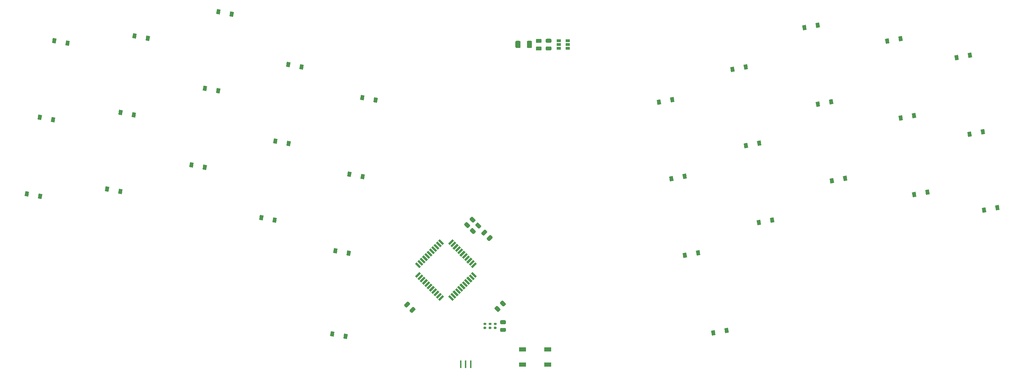
<source format=gbr>
%TF.GenerationSoftware,KiCad,Pcbnew,5.1.6*%
%TF.CreationDate,2020-09-20T21:14:14+03:00*%
%TF.ProjectId,Ball40,42616c6c-3430-42e6-9b69-6361645f7063,rev?*%
%TF.SameCoordinates,Original*%
%TF.FileFunction,Paste,Bot*%
%TF.FilePolarity,Positive*%
%FSLAX46Y46*%
G04 Gerber Fmt 4.6, Leading zero omitted, Abs format (unit mm)*
G04 Created by KiCad (PCBNEW 5.1.6) date 2020-09-20 21:14:14*
%MOMM*%
%LPD*%
G01*
G04 APERTURE LIST*
%ADD10R,0.400000X1.900000*%
%ADD11C,0.100000*%
%ADD12R,1.060000X0.650000*%
%ADD13R,1.800000X1.100000*%
G04 APERTURE END LIST*
D10*
%TO.C,Y1*%
X132645000Y-144399000D03*
X131445000Y-144399000D03*
X130245000Y-144399000D03*
%TD*%
D11*
%TO.C,U2*%
G36*
X126141702Y-114761940D02*
G01*
X125752794Y-115150848D01*
X124692134Y-114090188D01*
X125081042Y-113701280D01*
X126141702Y-114761940D01*
G37*
G36*
X125576017Y-115327626D02*
G01*
X125187109Y-115716534D01*
X124126449Y-114655874D01*
X124515357Y-114266966D01*
X125576017Y-115327626D01*
G37*
G36*
X125010332Y-115893311D02*
G01*
X124621424Y-116282219D01*
X123560764Y-115221559D01*
X123949672Y-114832651D01*
X125010332Y-115893311D01*
G37*
G36*
X124444646Y-116458996D02*
G01*
X124055738Y-116847904D01*
X122995078Y-115787244D01*
X123383986Y-115398336D01*
X124444646Y-116458996D01*
G37*
G36*
X123878961Y-117024682D02*
G01*
X123490053Y-117413590D01*
X122429393Y-116352930D01*
X122818301Y-115964022D01*
X123878961Y-117024682D01*
G37*
G36*
X123313275Y-117590367D02*
G01*
X122924367Y-117979275D01*
X121863707Y-116918615D01*
X122252615Y-116529707D01*
X123313275Y-117590367D01*
G37*
G36*
X122747590Y-118156053D02*
G01*
X122358682Y-118544961D01*
X121298022Y-117484301D01*
X121686930Y-117095393D01*
X122747590Y-118156053D01*
G37*
G36*
X122181904Y-118721738D02*
G01*
X121792996Y-119110646D01*
X120732336Y-118049986D01*
X121121244Y-117661078D01*
X122181904Y-118721738D01*
G37*
G36*
X121616219Y-119287424D02*
G01*
X121227311Y-119676332D01*
X120166651Y-118615672D01*
X120555559Y-118226764D01*
X121616219Y-119287424D01*
G37*
G36*
X121050534Y-119853109D02*
G01*
X120661626Y-120242017D01*
X119600966Y-119181357D01*
X119989874Y-118792449D01*
X121050534Y-119853109D01*
G37*
G36*
X120484848Y-120418794D02*
G01*
X120095940Y-120807702D01*
X119035280Y-119747042D01*
X119424188Y-119358134D01*
X120484848Y-120418794D01*
G37*
G36*
X120095940Y-121762298D02*
G01*
X120484848Y-122151206D01*
X119424188Y-123211866D01*
X119035280Y-122822958D01*
X120095940Y-121762298D01*
G37*
G36*
X120661626Y-122327983D02*
G01*
X121050534Y-122716891D01*
X119989874Y-123777551D01*
X119600966Y-123388643D01*
X120661626Y-122327983D01*
G37*
G36*
X121227311Y-122893668D02*
G01*
X121616219Y-123282576D01*
X120555559Y-124343236D01*
X120166651Y-123954328D01*
X121227311Y-122893668D01*
G37*
G36*
X121792996Y-123459354D02*
G01*
X122181904Y-123848262D01*
X121121244Y-124908922D01*
X120732336Y-124520014D01*
X121792996Y-123459354D01*
G37*
G36*
X122358682Y-124025039D02*
G01*
X122747590Y-124413947D01*
X121686930Y-125474607D01*
X121298022Y-125085699D01*
X122358682Y-124025039D01*
G37*
G36*
X122924367Y-124590725D02*
G01*
X123313275Y-124979633D01*
X122252615Y-126040293D01*
X121863707Y-125651385D01*
X122924367Y-124590725D01*
G37*
G36*
X123490053Y-125156410D02*
G01*
X123878961Y-125545318D01*
X122818301Y-126605978D01*
X122429393Y-126217070D01*
X123490053Y-125156410D01*
G37*
G36*
X124055738Y-125722096D02*
G01*
X124444646Y-126111004D01*
X123383986Y-127171664D01*
X122995078Y-126782756D01*
X124055738Y-125722096D01*
G37*
G36*
X124621424Y-126287781D02*
G01*
X125010332Y-126676689D01*
X123949672Y-127737349D01*
X123560764Y-127348441D01*
X124621424Y-126287781D01*
G37*
G36*
X125187109Y-126853466D02*
G01*
X125576017Y-127242374D01*
X124515357Y-128303034D01*
X124126449Y-127914126D01*
X125187109Y-126853466D01*
G37*
G36*
X125752794Y-127419152D02*
G01*
X126141702Y-127808060D01*
X125081042Y-128868720D01*
X124692134Y-128479812D01*
X125752794Y-127419152D01*
G37*
G36*
X128545866Y-128479812D02*
G01*
X128156958Y-128868720D01*
X127096298Y-127808060D01*
X127485206Y-127419152D01*
X128545866Y-128479812D01*
G37*
G36*
X129111551Y-127914126D02*
G01*
X128722643Y-128303034D01*
X127661983Y-127242374D01*
X128050891Y-126853466D01*
X129111551Y-127914126D01*
G37*
G36*
X129677236Y-127348441D02*
G01*
X129288328Y-127737349D01*
X128227668Y-126676689D01*
X128616576Y-126287781D01*
X129677236Y-127348441D01*
G37*
G36*
X130242922Y-126782756D02*
G01*
X129854014Y-127171664D01*
X128793354Y-126111004D01*
X129182262Y-125722096D01*
X130242922Y-126782756D01*
G37*
G36*
X130808607Y-126217070D02*
G01*
X130419699Y-126605978D01*
X129359039Y-125545318D01*
X129747947Y-125156410D01*
X130808607Y-126217070D01*
G37*
G36*
X131374293Y-125651385D02*
G01*
X130985385Y-126040293D01*
X129924725Y-124979633D01*
X130313633Y-124590725D01*
X131374293Y-125651385D01*
G37*
G36*
X131939978Y-125085699D02*
G01*
X131551070Y-125474607D01*
X130490410Y-124413947D01*
X130879318Y-124025039D01*
X131939978Y-125085699D01*
G37*
G36*
X132505664Y-124520014D02*
G01*
X132116756Y-124908922D01*
X131056096Y-123848262D01*
X131445004Y-123459354D01*
X132505664Y-124520014D01*
G37*
G36*
X133071349Y-123954328D02*
G01*
X132682441Y-124343236D01*
X131621781Y-123282576D01*
X132010689Y-122893668D01*
X133071349Y-123954328D01*
G37*
G36*
X133637034Y-123388643D02*
G01*
X133248126Y-123777551D01*
X132187466Y-122716891D01*
X132576374Y-122327983D01*
X133637034Y-123388643D01*
G37*
G36*
X134202720Y-122822958D02*
G01*
X133813812Y-123211866D01*
X132753152Y-122151206D01*
X133142060Y-121762298D01*
X134202720Y-122822958D01*
G37*
G36*
X133813812Y-119358134D02*
G01*
X134202720Y-119747042D01*
X133142060Y-120807702D01*
X132753152Y-120418794D01*
X133813812Y-119358134D01*
G37*
G36*
X133248126Y-118792449D02*
G01*
X133637034Y-119181357D01*
X132576374Y-120242017D01*
X132187466Y-119853109D01*
X133248126Y-118792449D01*
G37*
G36*
X132682441Y-118226764D02*
G01*
X133071349Y-118615672D01*
X132010689Y-119676332D01*
X131621781Y-119287424D01*
X132682441Y-118226764D01*
G37*
G36*
X132116756Y-117661078D02*
G01*
X132505664Y-118049986D01*
X131445004Y-119110646D01*
X131056096Y-118721738D01*
X132116756Y-117661078D01*
G37*
G36*
X131551070Y-117095393D02*
G01*
X131939978Y-117484301D01*
X130879318Y-118544961D01*
X130490410Y-118156053D01*
X131551070Y-117095393D01*
G37*
G36*
X130985385Y-116529707D02*
G01*
X131374293Y-116918615D01*
X130313633Y-117979275D01*
X129924725Y-117590367D01*
X130985385Y-116529707D01*
G37*
G36*
X130419699Y-115964022D02*
G01*
X130808607Y-116352930D01*
X129747947Y-117413590D01*
X129359039Y-117024682D01*
X130419699Y-115964022D01*
G37*
G36*
X129854014Y-115398336D02*
G01*
X130242922Y-115787244D01*
X129182262Y-116847904D01*
X128793354Y-116458996D01*
X129854014Y-115398336D01*
G37*
G36*
X129288328Y-114832651D02*
G01*
X129677236Y-115221559D01*
X128616576Y-116282219D01*
X128227668Y-115893311D01*
X129288328Y-114832651D01*
G37*
G36*
X128722643Y-114266966D02*
G01*
X129111551Y-114655874D01*
X128050891Y-115716534D01*
X127661983Y-115327626D01*
X128722643Y-114266966D01*
G37*
G36*
X128156958Y-113701280D02*
G01*
X128545866Y-114090188D01*
X127485206Y-115150848D01*
X127096298Y-114761940D01*
X128156958Y-113701280D01*
G37*
%TD*%
D12*
%TO.C,U1*%
X156464000Y-65913000D03*
X156464000Y-66863000D03*
X156464000Y-64963000D03*
X154264000Y-64963000D03*
X154264000Y-65913000D03*
X154264000Y-66863000D03*
%TD*%
D13*
%TO.C,SW1*%
X151563000Y-144471000D03*
X145363000Y-140771000D03*
X151563000Y-140771000D03*
X145363000Y-144471000D03*
%TD*%
%TO.C,R6*%
G36*
G01*
X117733419Y-129788184D02*
X117088184Y-130433419D01*
G75*
G02*
X116743470Y-130433419I-172357J172357D01*
G01*
X116398755Y-130088704D01*
G75*
G02*
X116398755Y-129743990I172357J172357D01*
G01*
X117043990Y-129098755D01*
G75*
G02*
X117388704Y-129098755I172357J-172357D01*
G01*
X117733419Y-129443470D01*
G75*
G02*
X117733419Y-129788184I-172357J-172357D01*
G01*
G37*
G36*
G01*
X119059245Y-131114010D02*
X118414010Y-131759245D01*
G75*
G02*
X118069296Y-131759245I-172357J172357D01*
G01*
X117724581Y-131414530D01*
G75*
G02*
X117724581Y-131069816I172357J172357D01*
G01*
X118369816Y-130424581D01*
G75*
G02*
X118714530Y-130424581I172357J-172357D01*
G01*
X119059245Y-130769296D01*
G75*
G02*
X119059245Y-131114010I-172357J-172357D01*
G01*
G37*
%TD*%
%TO.C,R5*%
G36*
G01*
X133101816Y-109605419D02*
X132456581Y-108960184D01*
G75*
G02*
X132456581Y-108615470I172357J172357D01*
G01*
X132801296Y-108270755D01*
G75*
G02*
X133146010Y-108270755I172357J-172357D01*
G01*
X133791245Y-108915990D01*
G75*
G02*
X133791245Y-109260704I-172357J-172357D01*
G01*
X133446530Y-109605419D01*
G75*
G02*
X133101816Y-109605419I-172357J172357D01*
G01*
G37*
G36*
G01*
X131775990Y-110931245D02*
X131130755Y-110286010D01*
G75*
G02*
X131130755Y-109941296I172357J172357D01*
G01*
X131475470Y-109596581D01*
G75*
G02*
X131820184Y-109596581I172357J-172357D01*
G01*
X132465419Y-110241816D01*
G75*
G02*
X132465419Y-110586530I-172357J-172357D01*
G01*
X132120704Y-110931245D01*
G75*
G02*
X131775990Y-110931245I-172357J172357D01*
G01*
G37*
%TD*%
%TO.C,R4*%
G36*
G01*
X134498816Y-111050919D02*
X133853581Y-110405684D01*
G75*
G02*
X133853581Y-110060970I172357J172357D01*
G01*
X134198296Y-109716255D01*
G75*
G02*
X134543010Y-109716255I172357J-172357D01*
G01*
X135188245Y-110361490D01*
G75*
G02*
X135188245Y-110706204I-172357J-172357D01*
G01*
X134843530Y-111050919D01*
G75*
G02*
X134498816Y-111050919I-172357J172357D01*
G01*
G37*
G36*
G01*
X133172990Y-112376745D02*
X132527755Y-111731510D01*
G75*
G02*
X132527755Y-111386796I172357J172357D01*
G01*
X132872470Y-111042081D01*
G75*
G02*
X133217184Y-111042081I172357J-172357D01*
G01*
X133862419Y-111687316D01*
G75*
G02*
X133862419Y-112032030I-172357J-172357D01*
G01*
X133517704Y-112376745D01*
G75*
G02*
X133172990Y-112376745I-172357J172357D01*
G01*
G37*
%TD*%
%TO.C,R3*%
G36*
G01*
X140546316Y-130179419D02*
X139901081Y-129534184D01*
G75*
G02*
X139901081Y-129189470I172357J172357D01*
G01*
X140245796Y-128844755D01*
G75*
G02*
X140590510Y-128844755I172357J-172357D01*
G01*
X141235745Y-129489990D01*
G75*
G02*
X141235745Y-129834704I-172357J-172357D01*
G01*
X140891030Y-130179419D01*
G75*
G02*
X140546316Y-130179419I-172357J172357D01*
G01*
G37*
G36*
G01*
X139220490Y-131505245D02*
X138575255Y-130860010D01*
G75*
G02*
X138575255Y-130515296I172357J172357D01*
G01*
X138919970Y-130170581D01*
G75*
G02*
X139264684Y-130170581I172357J-172357D01*
G01*
X139909919Y-130815816D01*
G75*
G02*
X139909919Y-131160530I-172357J-172357D01*
G01*
X139565204Y-131505245D01*
G75*
G02*
X139220490Y-131505245I-172357J172357D01*
G01*
G37*
%TD*%
%TO.C,R2*%
G36*
G01*
X148895750Y-66441500D02*
X149808250Y-66441500D01*
G75*
G02*
X150052000Y-66685250I0J-243750D01*
G01*
X150052000Y-67172750D01*
G75*
G02*
X149808250Y-67416500I-243750J0D01*
G01*
X148895750Y-67416500D01*
G75*
G02*
X148652000Y-67172750I0J243750D01*
G01*
X148652000Y-66685250D01*
G75*
G02*
X148895750Y-66441500I243750J0D01*
G01*
G37*
G36*
G01*
X148895750Y-64566500D02*
X149808250Y-64566500D01*
G75*
G02*
X150052000Y-64810250I0J-243750D01*
G01*
X150052000Y-65297750D01*
G75*
G02*
X149808250Y-65541500I-243750J0D01*
G01*
X148895750Y-65541500D01*
G75*
G02*
X148652000Y-65297750I0J243750D01*
G01*
X148652000Y-64810250D01*
G75*
G02*
X148895750Y-64566500I243750J0D01*
G01*
G37*
%TD*%
%TO.C,R1*%
G36*
G01*
X151308750Y-66411500D02*
X152221250Y-66411500D01*
G75*
G02*
X152465000Y-66655250I0J-243750D01*
G01*
X152465000Y-67142750D01*
G75*
G02*
X152221250Y-67386500I-243750J0D01*
G01*
X151308750Y-67386500D01*
G75*
G02*
X151065000Y-67142750I0J243750D01*
G01*
X151065000Y-66655250D01*
G75*
G02*
X151308750Y-66411500I243750J0D01*
G01*
G37*
G36*
G01*
X151308750Y-64536500D02*
X152221250Y-64536500D01*
G75*
G02*
X152465000Y-64780250I0J-243750D01*
G01*
X152465000Y-65267750D01*
G75*
G02*
X152221250Y-65511500I-243750J0D01*
G01*
X151308750Y-65511500D01*
G75*
G02*
X151065000Y-65267750I0J243750D01*
G01*
X151065000Y-64780250D01*
G75*
G02*
X151308750Y-64536500I243750J0D01*
G01*
G37*
%TD*%
%TO.C,F1*%
G36*
G01*
X146441000Y-66538000D02*
X146441000Y-65288000D01*
G75*
G02*
X146691000Y-65038000I250000J0D01*
G01*
X147441000Y-65038000D01*
G75*
G02*
X147691000Y-65288000I0J-250000D01*
G01*
X147691000Y-66538000D01*
G75*
G02*
X147441000Y-66788000I-250000J0D01*
G01*
X146691000Y-66788000D01*
G75*
G02*
X146441000Y-66538000I0J250000D01*
G01*
G37*
G36*
G01*
X143641000Y-66538000D02*
X143641000Y-65288000D01*
G75*
G02*
X143891000Y-65038000I250000J0D01*
G01*
X144641000Y-65038000D01*
G75*
G02*
X144891000Y-65288000I0J-250000D01*
G01*
X144891000Y-66538000D01*
G75*
G02*
X144641000Y-66788000I-250000J0D01*
G01*
X143891000Y-66788000D01*
G75*
G02*
X143641000Y-66538000I0J250000D01*
G01*
G37*
%TD*%
D11*
%TO.C,D32*%
G36*
X195087958Y-136780507D02*
G01*
X194879581Y-135598738D01*
X195765908Y-135442455D01*
X195974285Y-136624224D01*
X195087958Y-136780507D01*
G37*
G36*
X191838092Y-137353545D02*
G01*
X191629715Y-136171776D01*
X192516042Y-136015493D01*
X192724419Y-137197262D01*
X191838092Y-137353545D01*
G37*
%TD*%
%TO.C,D31*%
G36*
X101407581Y-138086262D02*
G01*
X101615958Y-136904493D01*
X102502285Y-137060776D01*
X102293908Y-138242545D01*
X101407581Y-138086262D01*
G37*
G36*
X98157715Y-137513224D02*
G01*
X98366092Y-136331455D01*
X99252419Y-136487738D01*
X99044042Y-137669507D01*
X98157715Y-137513224D01*
G37*
%TD*%
%TO.C,D30*%
G36*
X261508958Y-106681507D02*
G01*
X261300581Y-105499738D01*
X262186908Y-105343455D01*
X262395285Y-106525224D01*
X261508958Y-106681507D01*
G37*
G36*
X258259092Y-107254545D02*
G01*
X258050715Y-106072776D01*
X258937042Y-105916493D01*
X259145419Y-107098262D01*
X258259092Y-107254545D01*
G37*
%TD*%
%TO.C,D29*%
G36*
X241792042Y-102106493D02*
G01*
X242000419Y-103288262D01*
X241114092Y-103444545D01*
X240905715Y-102262776D01*
X241792042Y-102106493D01*
G37*
G36*
X245041908Y-101533455D02*
G01*
X245250285Y-102715224D01*
X244363958Y-102871507D01*
X244155581Y-101689738D01*
X245041908Y-101533455D01*
G37*
%TD*%
%TO.C,D28*%
G36*
X221599042Y-98677493D02*
G01*
X221807419Y-99859262D01*
X220921092Y-100015545D01*
X220712715Y-98833776D01*
X221599042Y-98677493D01*
G37*
G36*
X224848908Y-98104455D02*
G01*
X225057285Y-99286224D01*
X224170958Y-99442507D01*
X223962581Y-98260738D01*
X224848908Y-98104455D01*
G37*
%TD*%
%TO.C,D27*%
G36*
X203692042Y-108964493D02*
G01*
X203900419Y-110146262D01*
X203014092Y-110302545D01*
X202805715Y-109120776D01*
X203692042Y-108964493D01*
G37*
G36*
X206941908Y-108391455D02*
G01*
X207150285Y-109573224D01*
X206263958Y-109729507D01*
X206055581Y-108547738D01*
X206941908Y-108391455D01*
G37*
%TD*%
%TO.C,D26*%
G36*
X185532042Y-116965493D02*
G01*
X185740419Y-118147262D01*
X184854092Y-118303545D01*
X184645715Y-117121776D01*
X185532042Y-116965493D01*
G37*
G36*
X188781908Y-116392455D02*
G01*
X188990285Y-117574224D01*
X188103958Y-117730507D01*
X187895581Y-116548738D01*
X188781908Y-116392455D01*
G37*
%TD*%
%TO.C,D25*%
G36*
X100014419Y-116040738D02*
G01*
X99806042Y-117222507D01*
X98919715Y-117066224D01*
X99128092Y-115884455D01*
X100014419Y-116040738D01*
G37*
G36*
X103264285Y-116613776D02*
G01*
X103055908Y-117795545D01*
X102169581Y-117639262D01*
X102377958Y-116457493D01*
X103264285Y-116613776D01*
G37*
%TD*%
%TO.C,D24*%
G36*
X81852419Y-107912738D02*
G01*
X81644042Y-109094507D01*
X80757715Y-108938224D01*
X80966092Y-107756455D01*
X81852419Y-107912738D01*
G37*
G36*
X85102285Y-108485776D02*
G01*
X84893908Y-109667545D01*
X84007581Y-109511262D01*
X84215958Y-108329493D01*
X85102285Y-108485776D01*
G37*
%TD*%
%TO.C,D23*%
G36*
X64708419Y-94958738D02*
G01*
X64500042Y-96140507D01*
X63613715Y-95984224D01*
X63822092Y-94802455D01*
X64708419Y-94958738D01*
G37*
G36*
X67958285Y-95531776D02*
G01*
X67749908Y-96713545D01*
X66863581Y-96557262D01*
X67071958Y-95375493D01*
X67958285Y-95531776D01*
G37*
%TD*%
%TO.C,D22*%
G36*
X44007419Y-100927738D02*
G01*
X43799042Y-102109507D01*
X42912715Y-101953224D01*
X43121092Y-100771455D01*
X44007419Y-100927738D01*
G37*
G36*
X47257285Y-101500776D02*
G01*
X47048908Y-102682545D01*
X46162581Y-102526262D01*
X46370958Y-101344493D01*
X47257285Y-101500776D01*
G37*
%TD*%
%TO.C,D21*%
G36*
X257952958Y-88012507D02*
G01*
X257744581Y-86830738D01*
X258630908Y-86674455D01*
X258839285Y-87856224D01*
X257952958Y-88012507D01*
G37*
G36*
X254703092Y-88585545D02*
G01*
X254494715Y-87403776D01*
X255381042Y-87247493D01*
X255589419Y-88429262D01*
X254703092Y-88585545D01*
G37*
%TD*%
%TO.C,D20*%
G36*
X238490042Y-83310493D02*
G01*
X238698419Y-84492262D01*
X237812092Y-84648545D01*
X237603715Y-83466776D01*
X238490042Y-83310493D01*
G37*
G36*
X241739908Y-82737455D02*
G01*
X241948285Y-83919224D01*
X241061958Y-84075507D01*
X240853581Y-82893738D01*
X241739908Y-82737455D01*
G37*
%TD*%
%TO.C,D19*%
G36*
X218170042Y-79881493D02*
G01*
X218378419Y-81063262D01*
X217492092Y-81219545D01*
X217283715Y-80037776D01*
X218170042Y-79881493D01*
G37*
G36*
X221419908Y-79308455D02*
G01*
X221628285Y-80490224D01*
X220741958Y-80646507D01*
X220533581Y-79464738D01*
X221419908Y-79308455D01*
G37*
%TD*%
%TO.C,D18*%
G36*
X200517042Y-90041493D02*
G01*
X200725419Y-91223262D01*
X199839092Y-91379545D01*
X199630715Y-90197776D01*
X200517042Y-90041493D01*
G37*
G36*
X203766908Y-89468455D02*
G01*
X203975285Y-90650224D01*
X203088958Y-90806507D01*
X202880581Y-89624738D01*
X203766908Y-89468455D01*
G37*
%TD*%
%TO.C,D17*%
G36*
X182229042Y-98169493D02*
G01*
X182437419Y-99351262D01*
X181551092Y-99507545D01*
X181342715Y-98325776D01*
X182229042Y-98169493D01*
G37*
G36*
X185478908Y-97596455D02*
G01*
X185687285Y-98778224D01*
X184800958Y-98934507D01*
X184592581Y-97752738D01*
X185478908Y-97596455D01*
G37*
%TD*%
%TO.C,D16*%
G36*
X103443419Y-97244738D02*
G01*
X103235042Y-98426507D01*
X102348715Y-98270224D01*
X102557092Y-97088455D01*
X103443419Y-97244738D01*
G37*
G36*
X106693285Y-97817776D02*
G01*
X106484908Y-98999545D01*
X105598581Y-98843262D01*
X105806958Y-97661493D01*
X106693285Y-97817776D01*
G37*
%TD*%
%TO.C,D15*%
G36*
X85282419Y-89116738D02*
G01*
X85074042Y-90298507D01*
X84187715Y-90142224D01*
X84396092Y-88960455D01*
X85282419Y-89116738D01*
G37*
G36*
X88532285Y-89689776D02*
G01*
X88323908Y-90871545D01*
X87437581Y-90715262D01*
X87645958Y-89533493D01*
X88532285Y-89689776D01*
G37*
%TD*%
%TO.C,D14*%
G36*
X68010419Y-76162738D02*
G01*
X67802042Y-77344507D01*
X66915715Y-77188224D01*
X67124092Y-76006455D01*
X68010419Y-76162738D01*
G37*
G36*
X71260285Y-76735776D02*
G01*
X71051908Y-77917545D01*
X70165581Y-77761262D01*
X70373958Y-76579493D01*
X71260285Y-76735776D01*
G37*
%TD*%
%TO.C,D13*%
G36*
X47309419Y-82131738D02*
G01*
X47101042Y-83313507D01*
X46214715Y-83157224D01*
X46423092Y-81975455D01*
X47309419Y-82131738D01*
G37*
G36*
X50559285Y-82704776D02*
G01*
X50350908Y-83886545D01*
X49464581Y-83730262D01*
X49672958Y-82548493D01*
X50559285Y-82704776D01*
G37*
%TD*%
%TO.C,D12*%
G36*
X254777958Y-69216507D02*
G01*
X254569581Y-68034738D01*
X255455908Y-67878455D01*
X255664285Y-69060224D01*
X254777958Y-69216507D01*
G37*
G36*
X251528092Y-69789545D02*
G01*
X251319715Y-68607776D01*
X252206042Y-68451493D01*
X252414419Y-69633262D01*
X251528092Y-69789545D01*
G37*
%TD*%
%TO.C,D11*%
G36*
X235188042Y-64387493D02*
G01*
X235396419Y-65569262D01*
X234510092Y-65725545D01*
X234301715Y-64543776D01*
X235188042Y-64387493D01*
G37*
G36*
X238437908Y-63814455D02*
G01*
X238646285Y-64996224D01*
X237759958Y-65152507D01*
X237551581Y-63970738D01*
X238437908Y-63814455D01*
G37*
%TD*%
%TO.C,D10*%
G36*
X214868042Y-61085493D02*
G01*
X215076419Y-62267262D01*
X214190092Y-62423545D01*
X213981715Y-61241776D01*
X214868042Y-61085493D01*
G37*
G36*
X218117908Y-60512455D02*
G01*
X218326285Y-61694224D01*
X217439958Y-61850507D01*
X217231581Y-60668738D01*
X218117908Y-60512455D01*
G37*
%TD*%
%TO.C,D9*%
G36*
X24322419Y-102070738D02*
G01*
X24114042Y-103252507D01*
X23227715Y-103096224D01*
X23436092Y-101914455D01*
X24322419Y-102070738D01*
G37*
G36*
X27572285Y-102643776D02*
G01*
X27363908Y-103825545D01*
X26477581Y-103669262D01*
X26685958Y-102487493D01*
X27572285Y-102643776D01*
G37*
%TD*%
%TO.C,D8*%
G36*
X197215042Y-71372493D02*
G01*
X197423419Y-72554262D01*
X196537092Y-72710545D01*
X196328715Y-71528776D01*
X197215042Y-71372493D01*
G37*
G36*
X200464908Y-70799455D02*
G01*
X200673285Y-71981224D01*
X199786958Y-72137507D01*
X199578581Y-70955738D01*
X200464908Y-70799455D01*
G37*
%TD*%
%TO.C,D7*%
G36*
X179181042Y-79373493D02*
G01*
X179389419Y-80555262D01*
X178503092Y-80711545D01*
X178294715Y-79529776D01*
X179181042Y-79373493D01*
G37*
G36*
X182430908Y-78800455D02*
G01*
X182639285Y-79982224D01*
X181752958Y-80138507D01*
X181544581Y-78956738D01*
X182430908Y-78800455D01*
G37*
%TD*%
%TO.C,D6*%
G36*
X106618419Y-78448738D02*
G01*
X106410042Y-79630507D01*
X105523715Y-79474224D01*
X105732092Y-78292455D01*
X106618419Y-78448738D01*
G37*
G36*
X109868285Y-79021776D02*
G01*
X109659908Y-80203545D01*
X108773581Y-80047262D01*
X108981958Y-78865493D01*
X109868285Y-79021776D01*
G37*
%TD*%
%TO.C,D5*%
G36*
X27497419Y-83274738D02*
G01*
X27289042Y-84456507D01*
X26402715Y-84300224D01*
X26611092Y-83118455D01*
X27497419Y-83274738D01*
G37*
G36*
X30747285Y-83847776D02*
G01*
X30538908Y-85029545D01*
X29652581Y-84873262D01*
X29860958Y-83691493D01*
X30747285Y-83847776D01*
G37*
%TD*%
%TO.C,D4*%
G36*
X88457419Y-70320738D02*
G01*
X88249042Y-71502507D01*
X87362715Y-71346224D01*
X87571092Y-70164455D01*
X88457419Y-70320738D01*
G37*
G36*
X91707285Y-70893776D02*
G01*
X91498908Y-72075545D01*
X90612581Y-71919262D01*
X90820958Y-70737493D01*
X91707285Y-70893776D01*
G37*
%TD*%
%TO.C,D3*%
G36*
X71312419Y-57366738D02*
G01*
X71104042Y-58548507D01*
X70217715Y-58392224D01*
X70426092Y-57210455D01*
X71312419Y-57366738D01*
G37*
G36*
X74562285Y-57939776D02*
G01*
X74353908Y-59121545D01*
X73467581Y-58965262D01*
X73675958Y-57783493D01*
X74562285Y-57939776D01*
G37*
%TD*%
%TO.C,D2*%
G36*
X50738419Y-63335738D02*
G01*
X50530042Y-64517507D01*
X49643715Y-64361224D01*
X49852092Y-63179455D01*
X50738419Y-63335738D01*
G37*
G36*
X53988285Y-63908776D02*
G01*
X53779908Y-65090545D01*
X52893581Y-64934262D01*
X53101958Y-63752493D01*
X53988285Y-63908776D01*
G37*
%TD*%
%TO.C,D1*%
G36*
X31053419Y-64478738D02*
G01*
X30845042Y-65660507D01*
X29958715Y-65504224D01*
X30167092Y-64322455D01*
X31053419Y-64478738D01*
G37*
G36*
X34303285Y-65051776D02*
G01*
X34094908Y-66233545D01*
X33208581Y-66077262D01*
X33416958Y-64895493D01*
X34303285Y-65051776D01*
G37*
%TD*%
%TO.C,C7*%
G36*
G01*
X140132750Y-135499500D02*
X141045250Y-135499500D01*
G75*
G02*
X141289000Y-135743250I0J-243750D01*
G01*
X141289000Y-136230750D01*
G75*
G02*
X141045250Y-136474500I-243750J0D01*
G01*
X140132750Y-136474500D01*
G75*
G02*
X139889000Y-136230750I0J243750D01*
G01*
X139889000Y-135743250D01*
G75*
G02*
X140132750Y-135499500I243750J0D01*
G01*
G37*
G36*
G01*
X140132750Y-133624500D02*
X141045250Y-133624500D01*
G75*
G02*
X141289000Y-133868250I0J-243750D01*
G01*
X141289000Y-134355750D01*
G75*
G02*
X141045250Y-134599500I-243750J0D01*
G01*
X140132750Y-134599500D01*
G75*
G02*
X139889000Y-134355750I0J243750D01*
G01*
X139889000Y-133868250D01*
G75*
G02*
X140132750Y-133624500I243750J0D01*
G01*
G37*
%TD*%
%TO.C,C6*%
G36*
G01*
X135971500Y-135191000D02*
X136316500Y-135191000D01*
G75*
G02*
X136464000Y-135338500I0J-147500D01*
G01*
X136464000Y-135633500D01*
G75*
G02*
X136316500Y-135781000I-147500J0D01*
G01*
X135971500Y-135781000D01*
G75*
G02*
X135824000Y-135633500I0J147500D01*
G01*
X135824000Y-135338500D01*
G75*
G02*
X135971500Y-135191000I147500J0D01*
G01*
G37*
G36*
G01*
X135971500Y-134221000D02*
X136316500Y-134221000D01*
G75*
G02*
X136464000Y-134368500I0J-147500D01*
G01*
X136464000Y-134663500D01*
G75*
G02*
X136316500Y-134811000I-147500J0D01*
G01*
X135971500Y-134811000D01*
G75*
G02*
X135824000Y-134663500I0J147500D01*
G01*
X135824000Y-134368500D01*
G75*
G02*
X135971500Y-134221000I147500J0D01*
G01*
G37*
%TD*%
%TO.C,C5*%
G36*
G01*
X137586500Y-134811000D02*
X137241500Y-134811000D01*
G75*
G02*
X137094000Y-134663500I0J147500D01*
G01*
X137094000Y-134368500D01*
G75*
G02*
X137241500Y-134221000I147500J0D01*
G01*
X137586500Y-134221000D01*
G75*
G02*
X137734000Y-134368500I0J-147500D01*
G01*
X137734000Y-134663500D01*
G75*
G02*
X137586500Y-134811000I-147500J0D01*
G01*
G37*
G36*
G01*
X137586500Y-135781000D02*
X137241500Y-135781000D01*
G75*
G02*
X137094000Y-135633500I0J147500D01*
G01*
X137094000Y-135338500D01*
G75*
G02*
X137241500Y-135191000I147500J0D01*
G01*
X137586500Y-135191000D01*
G75*
G02*
X137734000Y-135338500I0J-147500D01*
G01*
X137734000Y-135633500D01*
G75*
G02*
X137586500Y-135781000I-147500J0D01*
G01*
G37*
%TD*%
%TO.C,C4*%
G36*
G01*
X138511500Y-135191000D02*
X138856500Y-135191000D01*
G75*
G02*
X139004000Y-135338500I0J-147500D01*
G01*
X139004000Y-135633500D01*
G75*
G02*
X138856500Y-135781000I-147500J0D01*
G01*
X138511500Y-135781000D01*
G75*
G02*
X138364000Y-135633500I0J147500D01*
G01*
X138364000Y-135338500D01*
G75*
G02*
X138511500Y-135191000I147500J0D01*
G01*
G37*
G36*
G01*
X138511500Y-134221000D02*
X138856500Y-134221000D01*
G75*
G02*
X139004000Y-134368500I0J-147500D01*
G01*
X139004000Y-134663500D01*
G75*
G02*
X138856500Y-134811000I-147500J0D01*
G01*
X138511500Y-134811000D01*
G75*
G02*
X138364000Y-134663500I0J147500D01*
G01*
X138364000Y-134368500D01*
G75*
G02*
X138511500Y-134221000I147500J0D01*
G01*
G37*
%TD*%
%TO.C,C3*%
G36*
G01*
X136656419Y-112135184D02*
X136011184Y-112780419D01*
G75*
G02*
X135666470Y-112780419I-172357J172357D01*
G01*
X135321755Y-112435704D01*
G75*
G02*
X135321755Y-112090990I172357J172357D01*
G01*
X135966990Y-111445755D01*
G75*
G02*
X136311704Y-111445755I172357J-172357D01*
G01*
X136656419Y-111790470D01*
G75*
G02*
X136656419Y-112135184I-172357J-172357D01*
G01*
G37*
G36*
G01*
X137982245Y-113461010D02*
X137337010Y-114106245D01*
G75*
G02*
X136992296Y-114106245I-172357J172357D01*
G01*
X136647581Y-113761530D01*
G75*
G02*
X136647581Y-113416816I172357J172357D01*
G01*
X137292816Y-112771581D01*
G75*
G02*
X137637530Y-112771581I172357J-172357D01*
G01*
X137982245Y-113116296D01*
G75*
G02*
X137982245Y-113461010I-172357J-172357D01*
G01*
G37*
%TD*%
M02*

</source>
